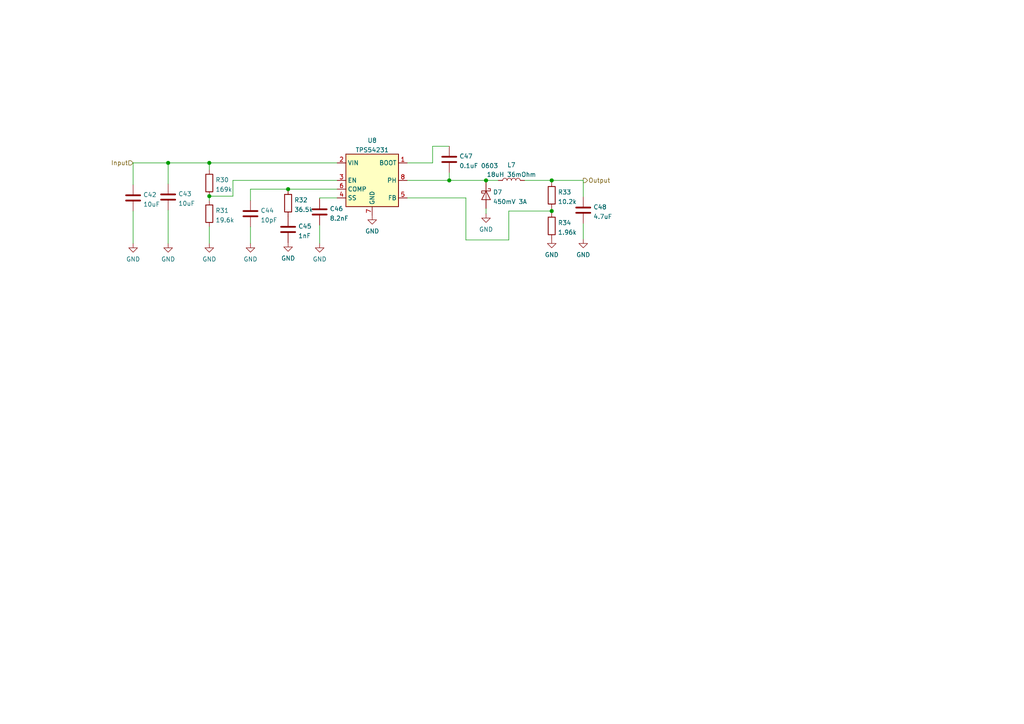
<source format=kicad_sch>
(kicad_sch (version 20211123) (generator eeschema)
  (paper "A4")
  (title_block (title "TPS54231") (date "2022-06-17") (rev "1.0") (company "Zembia SPA") (comment 1 "Regulador BUCK de 24V a 5V DC"))
  (lib_symbols
    (symbol "Device:C" (pin_numbers hide) (pin_names (offset 0.254))
      (property "Reference" "C" (at 0.635 2.54 0))
      (property "Value" "C" (at 0.635 -2.54 0))
      (symbol "C_0_1"
        (polyline (pts (xy -2.032 -0.762) (xy 2.032 -0.762)) (stroke (width 0.508)))
        (polyline (pts (xy -2.032 0.762) (xy 2.032 0.762)) (stroke (width 0.508)))
      )
      (symbol "C_1_1"
        (pin passive line (at 0 3.81 270) (length 2.794) (name "~") (number "1"))
        (pin passive line (at 0 -3.81 90) (length 2.794) (name "~") (number "2"))
      )
    )
    (symbol "Device:D_Schottky" (pin_numbers hide) (pin_names (offset 1.016) hide)
      (property "Reference" "D" (at 0 2.54 0))
      (property "Value" "D_Schottky" (at 0 -2.54 0))
      (symbol "D_Schottky_0_1"
        (polyline (pts (xy 1.27 0) (xy -1.27 0)))
        (polyline (pts (xy 1.27 1.27) (xy 1.27 -1.27) (xy -1.27 0) (xy 1.27 1.27)) (stroke (width 0.2032)))
        (polyline (pts (xy -1.905 0.635) (xy -1.905 1.27) (xy -1.27 1.27) (xy -1.27 -1.27) (xy -0.635 -1.27) (xy -0.635 -0.635)) (stroke (width 0.2032)))
      )
      (symbol "D_Schottky_1_1"
        (pin passive line (at -3.81 0 0) (length 2.54) (name "K") (number "1"))
        (pin passive line (at 3.81 0 180) (length 2.54) (name "A") (number "2"))
      )
    )
    (symbol "Device:L" (pin_numbers hide) (pin_names (offset 1.016) hide)
      (property "Reference" "L" (at -1.27 0 90))
      (property "Value" "L" (at 1.905 0 90))
      (symbol "L_0_1"
        (arc (start 0 -2.54) (mid 0.635 -1.905) (end 0 -1.27))
        (arc (start 0 -1.27) (mid 0.635 -0.635) (end 0 0))
        (arc (start 0 0) (mid 0.635 0.635) (end 0 1.27))
        (arc (start 0 1.27) (mid 0.635 1.905) (end 0 2.54))
      )
      (symbol "L_1_1"
        (pin passive line (at 0 3.81 270) (length 1.27) (name "1") (number "1"))
        (pin passive line (at 0 -3.81 90) (length 1.27) (name "2") (number "2"))
      )
    )
    (symbol "Device:R" (pin_numbers hide) (pin_names (offset 0))
      (property "Reference" "R" (at 2.032 0 90))
      (property "Value" "R" (at 0 0 90))
      (symbol "R_0_1"
        (rectangle (start -1.016 -2.54) (end 1.016 2.54) (stroke (width 0.254)))
      )
      (symbol "R_1_1"
        (pin passive line (at 0 3.81 270) (length 1.27) (name "~") (number "1"))
        (pin passive line (at 0 -3.81 90) (length 1.27) (name "~") (number "2"))
      )
    )
    (symbol "Regulator_Switching:TPS54233"
      (property "Reference" "U" (at 0 11.43 0))
      (property "Value" "TPS54233" (at 0 8.89 0))
      (symbol "TPS54233_1_1"
        (rectangle (start -7.62 7.62) (end 7.62 -7.62) (stroke (width 0.254)) (fill (type background)))
        (pin input line (at 10.16 5.08 180) (length 2.54) (name "BOOT") (number "1"))
        (pin power_in line (at -10.16 5.08 0) (length 2.54) (name "VIN") (number "2"))
        (pin input line (at -10.16 0 0) (length 2.54) (name "EN") (number "3"))
        (pin input line (at -10.16 -5.08 0) (length 2.54) (name "SS") (number "4"))
        (pin input line (at 10.16 -5.08 180) (length 2.54) (name "FB") (number "5"))
        (pin passive line (at -10.16 -2.54 0) (length 2.54) (name "COMP") (number "6"))
        (pin power_in line (at 0 -10.16 90) (length 2.54) (name "GND") (number "7"))
        (pin output line (at 10.16 0 180) (length 2.54) (name "PH") (number "8"))
      )
    )
    (symbol "power:GND" (power) (pin_names (offset 0))
      (property "Value" "GND" (at 0 -3.81 0))
      (symbol "GND_0_1"
        (polyline (pts (xy 0 0) (xy 0 -1.27) (xy 1.27 -1.27) (xy 0 -2.54) (xy -1.27 -1.27) (xy 0 -1.27)))
      )
      (symbol "GND_1_1"
        (pin power_in line (at 0 0 270) (length 0) hide (name "GND") (number "1"))
      )
    )
  )
  (junction (at 60.706 47.244) (diameter 1.016))
  (junction (at 140.97 52.324) (diameter 1.016))
  (junction (at 160.02 61.214) (diameter 1.016))
  (junction (at 60.706 56.896) (diameter 1.016))
  (junction (at 130.302 52.324) (diameter 1.016))
  (junction (at 83.566 54.864) (diameter 1.016))
  (junction (at 160.02 52.324) (diameter 1.016))
  (junction (at 48.768 47.244) (diameter 1.016))
  (wire (pts (xy 169.164 64.77) (xy 169.164 69.342)))
  (wire (pts (xy 160.02 60.452) (xy 160.02 61.214)))
  (wire (pts (xy 160.02 61.214) (xy 160.02 61.722)))
  (wire (pts (xy 130.302 52.324) (xy 140.97 52.324)))
  (wire (pts (xy 140.97 52.324) (xy 140.97 52.832)))
  (wire (pts (xy 140.97 52.324) (xy 144.526 52.324)))
  (wire (pts (xy 67.564 52.324) (xy 67.564 56.896)))
  (wire (pts (xy 67.564 56.896) (xy 60.706 56.896)))
  (wire (pts (xy 97.79 52.324) (xy 67.564 52.324)))
  (wire (pts (xy 60.706 65.786) (xy 60.706 70.612)))
  (wire (pts (xy 118.11 52.324) (xy 130.302 52.324)))
  (wire (pts (xy 130.302 52.324) (xy 130.302 50.038)))
  (wire (pts (xy 92.71 65.278) (xy 92.71 70.612)))
  (wire (pts (xy 118.11 47.244) (xy 125.476 47.244)))
  (wire (pts (xy 125.476 42.418) (xy 130.302 42.418)))
  (wire (pts (xy 125.476 47.244) (xy 125.476 42.418)))
  (wire (pts (xy 83.566 54.864) (xy 83.566 55.118)))
  (wire (pts (xy 97.79 54.864) (xy 83.566 54.864)))
  (wire (pts (xy 160.02 52.324) (xy 169.164 52.324)))
  (wire (pts (xy 169.164 52.324) (xy 169.164 57.15)))
  (wire (pts (xy 135.128 57.404) (xy 118.11 57.404)))
  (wire (pts (xy 135.128 69.596) (xy 135.128 57.404)))
  (wire (pts (xy 147.574 61.214) (xy 147.574 69.596)))
  (wire (pts (xy 147.574 69.596) (xy 135.128 69.596)))
  (wire (pts (xy 160.02 61.214) (xy 147.574 61.214)))
  (wire (pts (xy 72.644 65.786) (xy 72.644 70.612)))
  (wire (pts (xy 72.644 54.864) (xy 83.566 54.864)))
  (wire (pts (xy 72.644 58.166) (xy 72.644 54.864)))
  (wire (pts (xy 38.608 47.244) (xy 38.608 53.594)))
  (wire (pts (xy 38.608 47.244) (xy 48.768 47.244)))
  (wire (pts (xy 38.608 61.214) (xy 38.608 70.612)))
  (wire (pts (xy 60.706 47.244) (xy 60.706 49.276)))
  (wire (pts (xy 48.768 47.244) (xy 48.768 53.34)))
  (wire (pts (xy 48.768 47.244) (xy 60.706 47.244)))
  (wire (pts (xy 60.706 47.244) (xy 97.79 47.244)))
  (wire (pts (xy 48.768 60.96) (xy 48.768 70.612)))
  (wire (pts (xy 140.97 60.452) (xy 140.97 61.976)))
  (wire (pts (xy 152.146 52.324) (xy 160.02 52.324)))
  (wire (pts (xy 160.02 52.324) (xy 160.02 52.832)))
  (wire (pts (xy 60.706 56.896) (xy 60.706 58.166)))
  (wire (pts (xy 92.71 57.404) (xy 92.71 57.658)))
  (wire (pts (xy 97.79 57.404) (xy 92.71 57.404)))
  (hierarchical_label "Output" (shape output) (at 169.164 52.324 0))
  (hierarchical_label "Input" (shape input) (at 38.608 47.244 180))
  (symbol (lib_id "Device:L") (at 148.336 52.324 90) (unit 1)
    (property "Reference" "L7" (at 148.336 47.8494 90))
    (property "Value" "18uH 36mOhm" (at 148.336 50.6245 90))
    (property "Footprint" "Inductor_SMD:L_Bourns_SRR1260" (effects hide))
    (property "MPN" "SRR1280-180M" (effects hide))
  )
  (symbol (lib_id "Device:C") (at 48.768 57.15 0) (unit 1)
    (property "Reference" "C43" (at 51.6891 56.2415 0) (effects (justify left)))
    (property "Value" "10uF" (at 51.6891 59.0166 0) (effects (justify left)))
    (property "Footprint" "Capacitor_SMD:C_0805_2012Metric" (effects hide))
    (property "MPN" "GRM21BR6YA106ME43L" (effects hide))
  )
  (symbol (lib_id "power:GND") (at 60.706 70.612 0) (unit 1)
    (property "Reference" "#PWR0175" (effects hide))
    (property "Value" "GND" (at 60.706 75.1746 0))
  )
  (symbol (lib_id "Device:R") (at 160.02 65.532 0) (unit 1)
    (property "Reference" "R34" (at 161.7981 64.6235 0) (effects (justify left)))
    (property "Value" "1.96k" (at 161.7981 67.3986 0) (effects (justify left)))
    (property "Footprint" "Resistor_SMD:R_0603_1608Metric" (effects hide))
    (property "MPN" "AC0603FR-071K96L" (effects hide))
  )
  (symbol (lib_id "Regulator_Switching:TPS54233") (at 107.95 52.324 0) (unit 1)
    (property "Reference" "U8" (at 107.95 40.7374 0))
    (property "Value" "TPS54231" (at 107.95 43.5125 0))
    (property "Footprint" "Package_SO:SOIC-8_3.9x4.9mm_P1.27mm" (effects hide))
    (property "MPN" "TPS54231DR" (effects hide))
  )
  (symbol (lib_id "Device:R") (at 60.706 61.976 0) (unit 1)
    (property "Reference" "R31" (at 62.4841 61.0675 0) (effects (justify left)))
    (property "Value" "19.6k" (at 62.4841 63.8426 0) (effects (justify left)))
    (property "Footprint" "Resistor_SMD:R_0603_1608Metric" (effects hide))
    (property "MPN" "RC0603FR-0719K6L" (effects hide))
  )
  (symbol (lib_id "Device:R") (at 83.566 58.928 0) (unit 1)
    (property "Reference" "R32" (at 85.3441 58.0195 0) (effects (justify left)))
    (property "Value" "36.5k" (at 85.3441 60.7946 0) (effects (justify left)))
    (property "Footprint" "Resistor_SMD:R_0603_1608Metric" (effects hide))
    (property "MPN" "CR0603-FX-3652ELF" (effects hide))
  )
  (symbol (lib_id "Device:R") (at 160.02 56.642 0) (unit 1)
    (property "Reference" "R33" (at 161.7981 55.7335 0) (effects (justify left)))
    (property "Value" "10.2k" (at 161.7981 58.5086 0) (effects (justify left)))
    (property "Footprint" "Resistor_SMD:R_0603_1608Metric" (effects hide))
    (property "MPN" "RC0603FR-1310K2L" (effects hide))
  )
  (symbol (lib_id "Device:C") (at 72.644 61.976 0) (unit 1)
    (property "Reference" "C44" (at 75.5651 61.0675 0) (effects (justify left)))
    (property "Value" "10pF" (at 75.5651 63.8426 0) (effects (justify left)))
    (property "Footprint" "Capacitor_SMD:C_0603_1608Metric" (effects hide))
    (property "MPN" "06035C100KAT2A" (effects hide))
  )
  (symbol (lib_id "Device:C") (at 169.164 60.96 0) (unit 1)
    (property "Reference" "C48" (at 172.0851 60.0515 0) (effects (justify left)))
    (property "Value" "4.7uF" (at 172.0851 62.8266 0) (effects (justify left)))
    (property "Footprint" "Capacitor_SMD:C_0603_1608Metric" (effects hide))
    (property "MPN" "C1608JB1E475M080AC" (effects hide))
  )
  (symbol (lib_id "Device:C") (at 38.608 57.404 0) (unit 1)
    (property "Reference" "C42" (at 41.5291 56.4955 0) (effects (justify left)))
    (property "Value" "10uF" (at 41.5291 59.2706 0) (effects (justify left)))
    (property "Footprint" "Capacitor_SMD:C_0805_2012Metric" (effects hide))
    (property "MPN" "GRM21BR6YA106ME43L" (effects hide))
  )
  (symbol (lib_id "Device:C") (at 130.302 46.228 0) (unit 1)
    (property "Reference" "C47" (at 133.2231 45.3195 0) (effects (justify left)))
    (property "Value" "0.1uF 0603" (at 133.2231 48.0946 0) (effects (justify left)))
    (property "Footprint" "Capacitor_SMD:C_0603_1608Metric" (effects hide))
    (property "MPN" "C0603C104K5RAC3121" (effects hide))
  )
  (symbol (lib_id "power:GND") (at 92.71 70.612 0) (unit 1)
    (property "Reference" "#PWR0180" (effects hide))
    (property "Value" "GND" (at 92.71 75.1746 0))
  )
  (symbol (lib_id "power:GND") (at 38.608 70.612 0) (unit 1)
    (property "Reference" "#PWR0177" (effects hide))
    (property "Value" "GND" (at 38.608 75.1746 0))
  )
  (symbol (lib_id "power:GND") (at 140.97 61.976 0) (unit 1)
    (property "Reference" "#PWR0172" (effects hide))
    (property "Value" "GND" (at 140.97 66.5386 0))
  )
  (symbol (lib_id "Device:D_Schottky") (at 140.97 56.642 270) (unit 1)
    (property "Reference" "D7" (at 142.9767 55.7335 90) (effects (justify left)))
    (property "Value" "450mV 3A" (at 142.9767 58.5086 90) (effects (justify left)))
    (property "Footprint" "Diode_SMD:D_SMA" (effects hide))
    (property "MPN" "B340A-E3/61T" (effects hide))
  )
  (symbol (lib_id "power:GND") (at 169.164 69.342 0) (unit 1)
    (property "Reference" "#PWR0173" (effects hide))
    (property "Value" "GND" (at 169.164 73.9046 0))
  )
  (symbol (lib_id "power:GND") (at 83.566 70.358 0) (unit 1)
    (property "Reference" "#PWR0179" (effects hide))
    (property "Value" "GND" (at 83.566 74.9206 0))
  )
  (symbol (lib_id "Device:R") (at 60.706 53.086 0) (unit 1)
    (property "Reference" "R30" (at 62.4841 52.1775 0) (effects (justify left)))
    (property "Value" "169k" (at 62.4841 54.9526 0) (effects (justify left)))
    (property "Footprint" "Resistor_SMD:R_0603_1608Metric" (effects hide))
    (property "MPN" "RC0603FR-07169KL" (effects hide))
  )
  (symbol (lib_id "Device:C") (at 83.566 66.548 0) (unit 1)
    (property "Reference" "C45" (at 86.4871 65.6395 0) (effects (justify left)))
    (property "Value" "1nF" (at 86.4871 68.4146 0) (effects (justify left)))
    (property "Footprint" "Capacitor_SMD:C_0603_1608Metric" (effects hide))
    (property "MPN" "GRM1885C1H102JA01D" (effects hide))
  )
  (symbol (lib_id "power:GND") (at 107.95 62.484 0) (unit 1)
    (property "Reference" "#PWR0171" (effects hide))
    (property "Value" "GND" (at 107.95 67.0466 0))
  )
  (symbol (lib_id "Device:C") (at 92.71 61.468 0) (unit 1)
    (property "Reference" "C46" (at 95.6311 60.5595 0) (effects (justify left)))
    (property "Value" "8.2nF" (at 95.6311 63.3346 0) (effects (justify left)))
    (property "Footprint" "Capacitor_SMD:C_0603_1608Metric" (effects hide))
    (property "MPN" "CGA3E2C0G1H822J080AE" (effects hide))
  )
  (symbol (lib_id "power:GND") (at 160.02 69.342 0) (unit 1)
    (property "Reference" "#PWR0174" (effects hide))
    (property "Value" "GND" (at 160.02 73.9046 0))
  )
  (symbol (lib_id "power:GND") (at 72.644 70.612 0) (unit 1)
    (property "Reference" "#PWR0176" (effects hide))
    (property "Value" "GND" (at 72.644 75.1746 0))
  )
  (symbol (lib_id "power:GND") (at 48.768 70.612 0) (unit 1)
    (property "Reference" "#PWR0178" (effects hide))
    (property "Value" "GND" (at 48.768 75.1746 0))
  )
)
</source>
